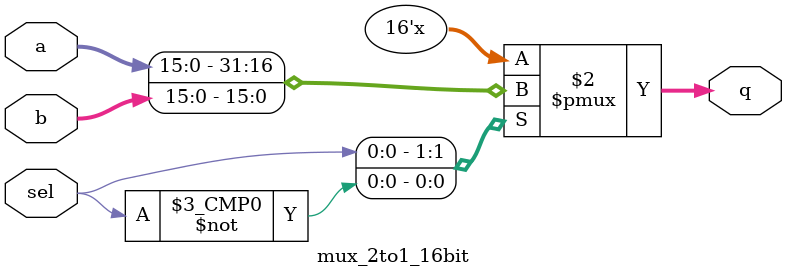
<source format=v>


module mux_2to1_16bit ( output reg [15:0] q,
			input [15:0] a,
			input [15:0] b,
			input sel);

always @ (sel,a,b)
begin
  case (sel)
   1:q = a;
   0:q = b;
   default:q=0;
  endcase
end

endmodule

</source>
